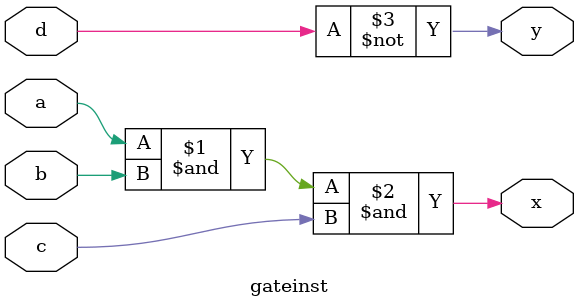
<source format=v>

module gateinst (a, b, c, d, x, y);

    input    a, b, c, d;
    output   x, y;

    and and1 (x, a, b, c);
    not not1 (y, d);

endmodule

</source>
